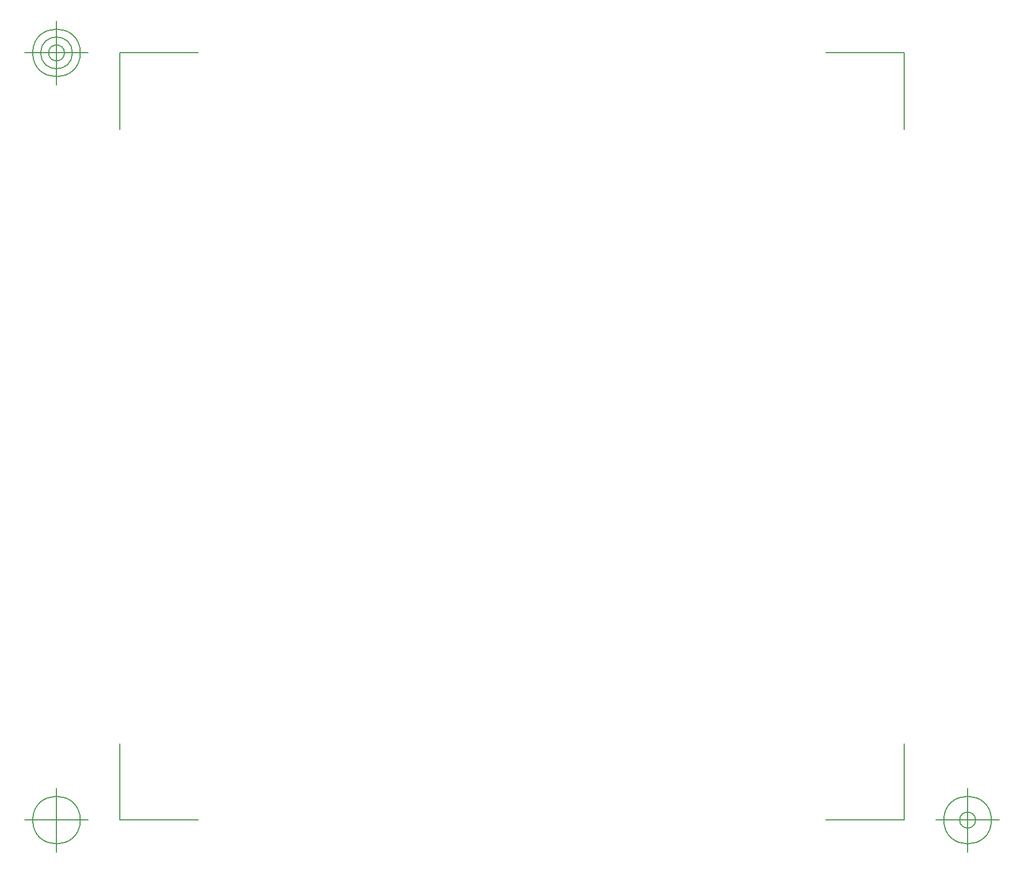
<source format=gbr>
G04 Generated by Ultiboard 13.0 *
%FSLAX34Y34*%
%MOMM*%

%ADD10C,0.0001*%
%ADD11C,0.1270*%


G04 ColorRGB FF14FF for the following layer *
%LNSilkscreen Bottom*%
%LPD*%
G54D10*
G54D11*
X251476Y-91880D02*
X251476Y29107D01*
X251476Y-91880D02*
X375056Y-91880D01*
X1487274Y-91880D02*
X1363694Y-91880D01*
X1487274Y-91880D02*
X1487274Y29107D01*
X1487274Y1117994D02*
X1487274Y997007D01*
X1487274Y1117994D02*
X1363694Y1117994D01*
X251476Y1117994D02*
X375056Y1117994D01*
X251476Y1117994D02*
X251476Y997007D01*
X201476Y-91880D02*
X101476Y-91880D01*
X151476Y-141880D02*
X151476Y-41880D01*
X113976Y-91880D02*
G75*
D01*
G02X113976Y-91880I37500J0*
G01*
X1537274Y-91880D02*
X1637274Y-91880D01*
X1587274Y-141880D02*
X1587274Y-41880D01*
X1549774Y-91880D02*
G75*
D01*
G02X1549774Y-91880I37500J0*
G01*
X1574774Y-91880D02*
G75*
D01*
G02X1574774Y-91880I12500J0*
G01*
X201476Y1117994D02*
X101476Y1117994D01*
X151476Y1067994D02*
X151476Y1167994D01*
X113976Y1117994D02*
G75*
D01*
G02X113976Y1117994I37500J0*
G01*
X126476Y1117994D02*
G75*
D01*
G02X126476Y1117994I25000J0*
G01*
X138976Y1117994D02*
G75*
D01*
G02X138976Y1117994I12500J0*
G01*

M02*

</source>
